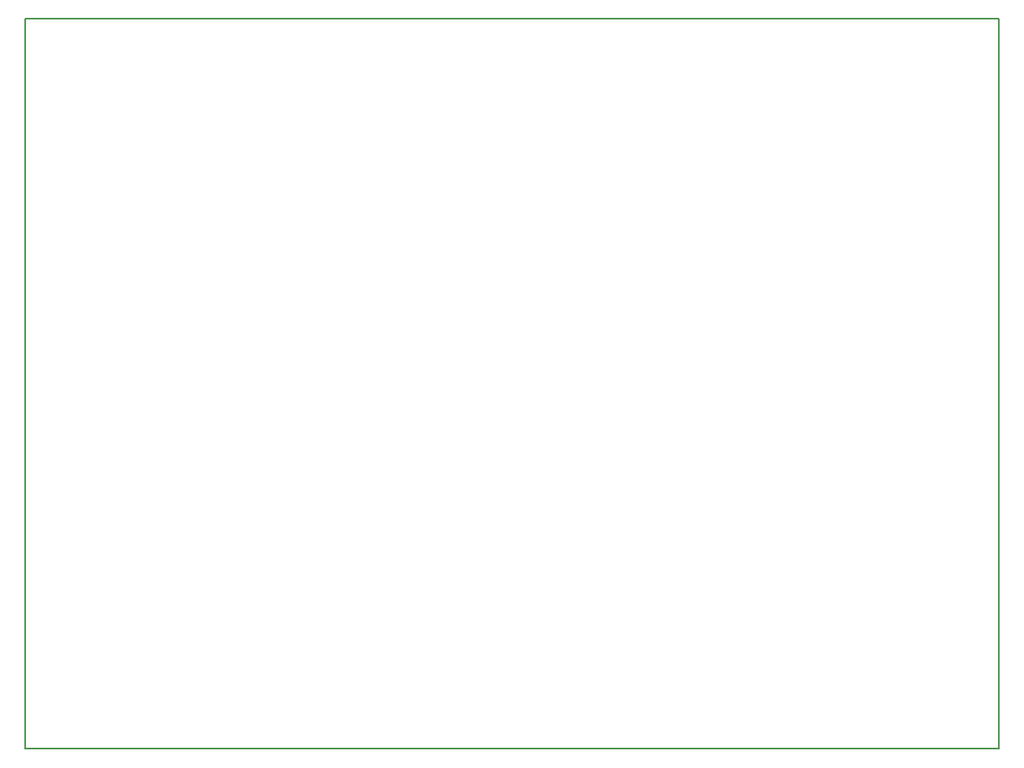
<source format=gm1>
G04 #@! TF.GenerationSoftware,KiCad,Pcbnew,(5.0.0)*
G04 #@! TF.CreationDate,2019-11-21T16:47:14+05:30*
G04 #@! TF.ProjectId,Smartarter,536D61727461727465722E6B69636164,rev?*
G04 #@! TF.SameCoordinates,Original*
G04 #@! TF.FileFunction,Profile,NP*
%FSLAX46Y46*%
G04 Gerber Fmt 4.6, Leading zero omitted, Abs format (unit mm)*
G04 Created by KiCad (PCBNEW (5.0.0)) date 11/21/19 16:47:14*
%MOMM*%
%LPD*%
G01*
G04 APERTURE LIST*
%ADD10C,0.200000*%
G04 APERTURE END LIST*
D10*
X162600001Y-142000000D02*
X61000000Y-142000000D01*
X162600001Y-142000000D02*
X162600000Y-65800000D01*
X61000000Y-65800000D02*
X61000000Y-142000000D01*
X61000000Y-65800000D02*
X162600000Y-65800000D01*
M02*

</source>
